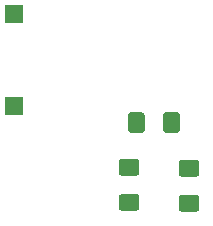
<source format=gbr>
%TF.GenerationSoftware,KiCad,Pcbnew,(5.1.6-0-10_14)*%
%TF.CreationDate,2020-10-28T22:54:16-04:00*%
%TF.ProjectId,weather_external,77656174-6865-4725-9f65-787465726e61,rev?*%
%TF.SameCoordinates,Original*%
%TF.FileFunction,Paste,Bot*%
%TF.FilePolarity,Positive*%
%FSLAX46Y46*%
G04 Gerber Fmt 4.6, Leading zero omitted, Abs format (unit mm)*
G04 Created by KiCad (PCBNEW (5.1.6-0-10_14)) date 2020-10-28 22:54:16*
%MOMM*%
%LPD*%
G01*
G04 APERTURE LIST*
%ADD10R,1.500000X1.500000*%
G04 APERTURE END LIST*
D10*
%TO.C,SW1*%
X2350000Y-66625000D03*
X2350000Y-74425000D03*
%TD*%
%TO.C,R4*%
G36*
G01*
X13425000Y-75225000D02*
X13425000Y-76475000D01*
G75*
G02*
X13175000Y-76725000I-250000J0D01*
G01*
X12250000Y-76725000D01*
G75*
G02*
X12000000Y-76475000I0J250000D01*
G01*
X12000000Y-75225000D01*
G75*
G02*
X12250000Y-74975000I250000J0D01*
G01*
X13175000Y-74975000D01*
G75*
G02*
X13425000Y-75225000I0J-250000D01*
G01*
G37*
G36*
G01*
X16400000Y-75225000D02*
X16400000Y-76475000D01*
G75*
G02*
X16150000Y-76725000I-250000J0D01*
G01*
X15225000Y-76725000D01*
G75*
G02*
X14975000Y-76475000I0J250000D01*
G01*
X14975000Y-75225000D01*
G75*
G02*
X15225000Y-74975000I250000J0D01*
G01*
X16150000Y-74975000D01*
G75*
G02*
X16400000Y-75225000I0J-250000D01*
G01*
G37*
%TD*%
%TO.C,R3*%
G36*
G01*
X16550000Y-81975000D02*
X17800000Y-81975000D01*
G75*
G02*
X18050000Y-82225000I0J-250000D01*
G01*
X18050000Y-83150000D01*
G75*
G02*
X17800000Y-83400000I-250000J0D01*
G01*
X16550000Y-83400000D01*
G75*
G02*
X16300000Y-83150000I0J250000D01*
G01*
X16300000Y-82225000D01*
G75*
G02*
X16550000Y-81975000I250000J0D01*
G01*
G37*
G36*
G01*
X16550000Y-79000000D02*
X17800000Y-79000000D01*
G75*
G02*
X18050000Y-79250000I0J-250000D01*
G01*
X18050000Y-80175000D01*
G75*
G02*
X17800000Y-80425000I-250000J0D01*
G01*
X16550000Y-80425000D01*
G75*
G02*
X16300000Y-80175000I0J250000D01*
G01*
X16300000Y-79250000D01*
G75*
G02*
X16550000Y-79000000I250000J0D01*
G01*
G37*
%TD*%
%TO.C,R2*%
G36*
G01*
X12725000Y-80350000D02*
X11475000Y-80350000D01*
G75*
G02*
X11225000Y-80100000I0J250000D01*
G01*
X11225000Y-79175000D01*
G75*
G02*
X11475000Y-78925000I250000J0D01*
G01*
X12725000Y-78925000D01*
G75*
G02*
X12975000Y-79175000I0J-250000D01*
G01*
X12975000Y-80100000D01*
G75*
G02*
X12725000Y-80350000I-250000J0D01*
G01*
G37*
G36*
G01*
X12725000Y-83325000D02*
X11475000Y-83325000D01*
G75*
G02*
X11225000Y-83075000I0J250000D01*
G01*
X11225000Y-82150000D01*
G75*
G02*
X11475000Y-81900000I250000J0D01*
G01*
X12725000Y-81900000D01*
G75*
G02*
X12975000Y-82150000I0J-250000D01*
G01*
X12975000Y-83075000D01*
G75*
G02*
X12725000Y-83325000I-250000J0D01*
G01*
G37*
%TD*%
M02*

</source>
